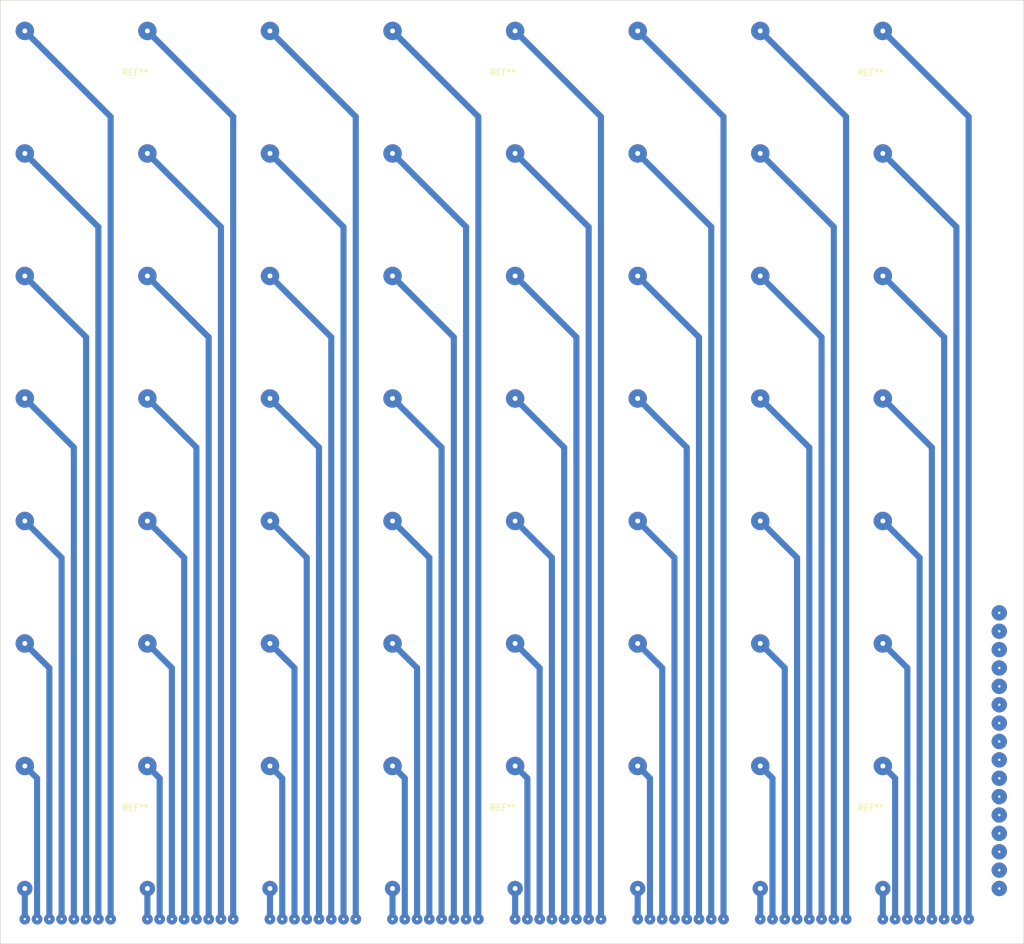
<source format=kicad_pcb>
(kicad_pcb (version 20221018) (generator pcbnew)
  (layers (0 "F.Cu" signal) (31 "B.Cu" signal) (34 "B.Paste" user) (35 "F.Paste" user) (36 "B.SilkS" user "B.Silkscreen") (37 "F.SilkS" user "F.Silkscreen") (38 "B.Mask" user) (39 "F.Mask" user) (44 "Edge.Cuts" user))
  (net 0 "")
  (footprint "MountingHole:MountingHole_2.1mm" (layer "F.Cu") (at 188 150)
    (fp_text reference "REF**" (at 0 -3.2) (layer "F.SilkS"))
    (fp_text value "MountingHole_2.1mm")
    (pad "" np_thru_hole circle (at 0 0) (size 2.1 2.1) (drill 2.1) (layers "F&B.Cu" "*.Mask"))
  )
  (footprint "MountingHole:MountingHole_2.1mm" (layer "F.Cu") (at 128 30)
    (fp_text reference "REF**" (at 0 -3.2) (layer "F.SilkS"))
    (fp_text value "MountingHole_2.1mm")
    (pad "" np_thru_hole circle (at 0 0) (size 2.1 2.1) (drill 2.1) (layers "F&B.Cu" "*.Mask"))
  )
  (footprint "MountingHole:MountingHole_2.1mm" (layer "F.Cu") (at 128 150)
    (fp_text reference "REF**" (at 0 -3.2) (layer "F.SilkS"))
    (fp_text value "MountingHole_2.1mm")
    (pad "" np_thru_hole circle (at 0 0) (size 2.1 2.1) (drill 2.1) (layers "F&B.Cu" "*.Mask"))
  )
  (footprint "MountingHole:MountingHole_2.1mm" (layer "F.Cu") (at 68 30)
    (fp_text reference "REF**" (at 0 -3.2) (layer "F.SilkS"))
    (fp_text value "MountingHole_2.1mm")
    (pad "" np_thru_hole circle (at 0 0) (size 2.1 2.1) (drill 2.1) (layers "*.Cu" "*.Mask"))
  )
  (footprint "MountingHole:MountingHole_2.1mm" (layer "F.Cu") (at 188 30)
    (fp_text reference "REF**" (at 0 -3.2) (layer "F.SilkS"))
    (fp_text value "MountingHole_2.1mm")
    (pad "" np_thru_hole circle (at 0 0) (size 2.1 2.1) (drill 2.1) (layers "F&B.Cu" "*.Mask"))
  )
  (footprint "MountingHole:MountingHole_2.1mm" (layer "F.Cu") (at 68 150)
    (fp_text reference "REF**" (at 0 -3.2) (layer "F.SilkS"))
    (fp_text value "MountingHole_2.1mm")
    (pad "" np_thru_hole circle (at 0 0) (size 2.1 2.1) (drill 2.1) (layers "F&B.Cu" "*.Mask"))
  )
  (gr_line (start 46 15) (end 46 169) (stroke (width 0.1)) (layer "Edge.Cuts"))
  (gr_line (start 46 169) (end 213 169) (stroke (width 0.1)) (layer "Edge.Cuts"))
  (gr_line (start 213 169) (end 213 15) (stroke (width 0.1)) (layer "Edge.Cuts"))
  (gr_line (start 213 15) (end 46 15) (stroke (width 0.1)) (layer "Edge.Cuts"))
  (via (at 140 165) (size 1.75) (drill 0.4) (layers "F.Cu" "B.Cu") (net 0))
  (via (at 192 165) (size 1.75) (drill 0.4) (layers "F.Cu" "B.Cu") (net 0))
  (via (at 94 165) (size 1.75) (drill 0.4) (layers "F.Cu" "B.Cu") (net 0))
  (via (at 209 133) (size 2.5) (drill 0.4) (layers "F.Cu" "B.Cu") (net 0))
  (via (at 110 140) (size 3) (drill 0.8) (layers "F.Cu" "B.Cu") (net 0))
  (via (at 78 165) (size 1.75) (drill 0.4) (layers "F.Cu" "B.Cu") (net 0))
  (via (at 156 165) (size 1.75) (drill 0.4) (layers "F.Cu" "B.Cu") (net 0))
  (via (at 70 120) (size 3) (drill 0.8) (layers "F.Cu" "B.Cu") (net 0))
  (via (at 114 165) (size 1.75) (drill 0.4) (layers "F.Cu" "B.Cu") (net 0))
  (via (at 209 160) (size 2.5) (drill 0.4) (layers "F.Cu" "B.Cu") (net 0))
  (via (at 150 60) (size 3) (drill 0.8) (layers "F.Cu" "B.Cu") (net 0))
  (via (at 172 165) (size 1.75) (drill 0.4) (layers "F.Cu" "B.Cu") (net 0))
  (via (at 200 165) (size 1.75) (drill 0.4) (layers "F.Cu" "B.Cu") (net 0))
  (via (at 209 115) (size 2.5) (drill 0.4) (layers "F.Cu" "B.Cu") (net 0))
  (via (at 100 165) (size 1.75) (drill 0.4) (layers "F.Cu" "B.Cu") (net 0))
  (via (at 150 100) (size 3) (drill 0.8) (layers "F.Cu" "B.Cu") (net 0))
  (via (at 70 20) (size 3) (drill 0.8) (layers "F.Cu" "B.Cu") (net 0))
  (via (at 84 165) (size 1.75) (drill 0.4) (layers "F.Cu" "B.Cu") (net 0))
  (via (at 184 165) (size 1.75) (drill 0.4) (layers "F.Cu" "B.Cu") (net 0))
  (via (at 176 165) (size 1.75) (drill 0.4) (layers "F.Cu" "B.Cu") (net 0))
  (via (at 90 100) (size 3) (drill 0.8) (layers "F.Cu" "B.Cu") (net 0))
  (via (at 190 60) (size 3) (drill 0.8) (layers "F.Cu" "B.Cu") (net 0))
  (via (at 150 140) (size 3) (drill 0.8) (layers "F.Cu" "B.Cu") (net 0))
  (via (at 130 100) (size 3) (drill 0.8) (layers "F.Cu" "B.Cu") (net 0))
  (via (at 170 100) (size 3) (drill 0.8) (layers "F.Cu" "B.Cu") (net 0))
  (via (at 209 139) (size 2.5) (drill 0.4) (layers "F.Cu" "B.Cu") (net 0))
  (via (at 70 160) (size 2.5) (drill 0.8) (layers "F.Cu" "B.Cu") (net 0))
  (via (at 190 120) (size 3) (drill 0.8) (layers "F.Cu" "B.Cu") (net 0))
  (via (at 182 165) (size 1.75) (drill 0.4) (layers "F.Cu" "B.Cu") (net 0))
  (via (at 154 165) (size 1.75) (drill 0.4) (layers "F.Cu" "B.Cu") (net 0))
  (via (at 70 40) (size 3) (drill 0.8) (layers "F.Cu" "B.Cu") (net 0))
  (via (at 132 165) (size 1.75) (drill 0.4) (layers "F.Cu" "B.Cu") (net 0))
  (via (at 174 165) (size 1.75) (drill 0.4) (layers "F.Cu" "B.Cu") (net 0))
  (via (at 190 165) (size 1.75) (drill 0.4) (layers "F.Cu" "B.Cu") (net 0))
  (via (at 138 165) (size 1.75) (drill 0.4) (layers "F.Cu" "B.Cu") (net 0))
  (via (at 110 165) (size 1.75) (drill 0.4) (layers "F.Cu" "B.Cu") (net 0))
  (via (at 170 80) (size 3) (drill 0.8) (layers "F.Cu" "B.Cu") (net 0))
  (via (at 112 165) (size 1.75) (drill 0.4) (layers "F.Cu" "B.Cu") (net 0))
  (via (at 102 165) (size 1.75) (drill 0.4) (layers "F.Cu" "B.Cu") (net 0))
  (via (at 150 165) (size 1.75) (drill 0.4) (layers "F.Cu" "B.Cu") (net 0))
  (via (at 110 160) (size 2.5) (drill 0.8) (layers "F.Cu" "B.Cu") (net 0))
  (via (at 50 120) (size 3) (drill 0.8) (layers "F.Cu" "B.Cu") (net 0))
  (via (at 209 151) (size 2.5) (drill 0.4) (layers "F.Cu" "B.Cu") (net 0))
  (via (at 170 140) (size 3) (drill 0.8) (layers "F.Cu" "B.Cu") (net 0))
  (via (at 160 165) (size 1.75) (drill 0.4) (layers "F.Cu" "B.Cu") (net 0))
  (via (at 209 121) (size 2.5) (drill 0.4) (layers "F.Cu" "B.Cu") (net 0))
  (via (at 170 60) (size 3) (drill 0.8) (layers "F.Cu" "B.Cu") (net 0))
  (via (at 110 60) (size 3) (drill 0.8) (layers "F.Cu" "B.Cu") (net 0))
  (via (at 209 142) (size 2.5) (drill 0.4) (layers "F.Cu" "B.Cu") (net 0))
  (via (at 56 165) (size 1.75) (drill 0.4) (layers "F.Cu" "B.Cu") (net 0))
  (via (at 162 165) (size 1.75) (drill 0.4) (layers "F.Cu" "B.Cu") (net 0))
  (via (at 209 118) (size 2.5) (drill 0.4) (layers "F.Cu" "B.Cu") (net 0))
  (via (at 50 80) (size 3) (drill 0.8) (layers "F.Cu" "B.Cu") (net 0))
  (via (at 209 145) (size 2.5) (drill 0.4) (layers "F.Cu" "B.Cu") (net 0))
  (via (at 130 20) (size 3) (drill 0.8) (layers "F.Cu" "B.Cu") (net 0))
  (via (at 196 165) (size 1.75) (drill 0.4) (layers "F.Cu" "B.Cu") (net 0))
  (via (at 209 130) (size 2.5) (drill 0.4) (layers "F.Cu" "B.Cu") (net 0))
  (via (at 130 160) (size 2.5) (drill 0.8) (layers "F.Cu" "B.Cu") (net 0))
  (via (at 150 40) (size 3) (drill 0.8) (layers "F.Cu" "B.Cu") (net 0))
  (via (at 92 165) (size 1.75) (drill 0.4) (layers "F.Cu" "B.Cu") (net 0))
  (via (at 170 120) (size 3) (drill 0.8) (layers "F.Cu" "B.Cu") (net 0))
  (via (at 209 124) (size 2.5) (drill 0.4) (layers "F.Cu" "B.Cu") (net 0))
  (via (at 116 165) (size 1.75) (drill 0.4) (layers "F.Cu" "B.Cu") (net 0))
  (via (at 74 165) (size 1.75) (drill 0.4) (layers "F.Cu" "B.Cu") (net 0))
  (via (at 104 165) (size 1.75) (drill 0.4) (layers "F.Cu" "B.Cu") (net 0))
  (via (at 152 165) (size 1.75) (drill 0.4) (layers "F.Cu" "B.Cu") (net 0))
  (via (at 98 165) (size 1.75) (drill 0.4) (layers "F.Cu" "B.Cu") (net 0))
  (via (at 110 120) (size 3) (drill 0.8) (layers "F.Cu" "B.Cu") (net 0))
  (via (at 204 165) (size 1.75) (drill 0.4) (layers "F.Cu" "B.Cu") (net 0))
  (via (at 120 165) (size 1.75) (drill 0.4) (layers "F.Cu" "B.Cu") (net 0))
  (via (at 70 60) (size 3) (drill 0.8) (layers "F.Cu" "B.Cu") (net 0))
  (via (at 110 20) (size 3) (drill 0.8) (layers "F.Cu" "B.Cu") (net 0))
  (via (at 170 20) (size 3) (drill 0.8) (layers "F.Cu" "B.Cu") (net 0))
  (via (at 158 165) (size 1.75) (drill 0.4) (layers "F.Cu" "B.Cu") (net 0))
  (via (at 130 80) (size 3) (drill 0.8) (layers "F.Cu" "B.Cu") (net 0))
  (via (at 96 165) (size 1.75) (drill 0.4) (layers "F.Cu" "B.Cu") (net 0))
  (via (at 64 165) (size 1.75) (drill 0.4) (layers "F.Cu" "B.Cu") (net 0))
  (via (at 80 165) (size 1.75) (drill 0.4) (layers "F.Cu" "B.Cu") (net 0))
  (via (at 142 165) (size 1.75) (drill 0.4) (layers "F.Cu" "B.Cu") (net 0))
  (via (at 209 157) (size 2.5) (drill 0.4) (layers "F.Cu" "B.Cu") (net 0))
  (via (at 136 165) (size 1.75) (drill 0.4) (layers "F.Cu" "B.Cu") (net 0))
  (via (at 50 165) (size 1.75) (drill 0.4) (layers "F.Cu" "B.Cu") (net 0))
  (via (at 50 60) (size 3) (drill 0.8) (layers "F.Cu" "B.Cu") (net 0))
  (via (at 90 140) (size 3) (drill 0.8) (layers "F.Cu" "B.Cu") (net 0))
  (via (at 190 80) (size 3) (drill 0.8) (layers "F.Cu" "B.Cu") (net 0))
  (via (at 58 165) (size 1.75) (drill 0.4) (layers "F.Cu" "B.Cu") (net 0))
  (via (at 110 100) (size 3) (drill 0.8) (layers "F.Cu" "B.Cu") (net 0))
  (via (at 76 165) (size 1.75) (drill 0.4) (layers "F.Cu" "B.Cu") (net 0))
  (via (at 150 120) (size 3) (drill 0.8) (layers "F.Cu" "B.Cu") (net 0))
  (via (at 50 40) (size 3) (drill 0.8) (layers "F.Cu" "B.Cu") (net 0))
  (via (at 82 165) (size 1.75) (drill 0.4) (layers "F.Cu" "B.Cu") (net 0))
  (via (at 90 165) (size 1.75) (drill 0.4) (layers "F.Cu" "B.Cu") (net 0))
  (via (at 190 140) (size 3) (drill 0.8) (layers "F.Cu" "B.Cu") (net 0))
  (via (at 170 160) (size 2.5) (drill 0.8) (layers "F.Cu" "B.Cu") (net 0))
  (via (at 62 165) (size 1.75) (drill 0.4) (layers "F.Cu" "B.Cu") (net 0))
  (via (at 72 165) (size 1.75) (drill 0.4) (layers "F.Cu" "B.Cu") (net 0))
  (via (at 144 165) (size 1.75) (drill 0.4) (layers "F.Cu" "B.Cu") (net 0))
  (via (at 110 80) (size 3) (drill 0.8) (layers "F.Cu" "B.Cu") (net 0))
  (via (at 209 154) (size 2.5) (drill 0.4) (layers "F.Cu" "B.Cu") (net 0))
  (via (at 50 140) (size 3) (drill 0.8) (layers "F.Cu" "B.Cu") (net 0))
  (via (at 190 20) (size 3) (drill 0.8) (layers "F.Cu" "B.Cu") (net 0))
  (via (at 209 127) (size 2.5) (drill 0.4) (layers "F.Cu" "B.Cu") (net 0))
  (via (at 190 40) (size 3) (drill 0.8) (layers "F.Cu" "B.Cu") (net 0))
  (via (at 130 140) (size 3) (drill 0.8) (layers "F.Cu" "B.Cu") (net 0))
  (via (at 60 165) (size 1.75) (drill 0.4) (layers "F.Cu" "B.Cu") (net 0))
  (via (at 52 165) (size 1.75) (drill 0.4) (layers "F.Cu" "B.Cu") (net 0))
  (via (at 150 80) (size 3) (drill 0.8) (layers "F.Cu" "B.Cu") (net 0))
  (via (at 190 100) (size 3) (drill 0.8) (layers "F.Cu" "B.Cu") (net 0))
  (via (at 70 140) (size 3) (drill 0.8) (layers "F.Cu" "B.Cu") (net 0))
  (via (at 194 165) (size 1.75) (drill 0.4) (layers "F.Cu" "B.Cu") (net 0))
  (via (at 70 80) (size 3) (drill 0.8) (layers "F.Cu" "B.Cu") (net 0))
  (via (at 70 165) (size 1.75) (drill 0.4) (layers "F.Cu" "B.Cu") (net 0))
  (via (at 198 165) (size 1.75) (drill 0.4) (layers "F.Cu" "B.Cu") (net 0))
  (via (at 90 160) (size 2.5) (drill 0.8) (layers "F.Cu" "B.Cu") (net 0))
  (via (at 70 100) (size 3) (drill 0.8) (layers "F.Cu" "B.Cu") (net 0))
  (via (at 134 165) (size 1.75) (drill 0.4) (layers "F.Cu" "B.Cu") (net 0))
  (via (at 90 80) (size 3) (drill 0.8) (layers "F.Cu" "B.Cu") (net 0))
  (via (at 50 160) (size 2.5) (drill 0.8) (layers "F.Cu" "B.Cu") (net 0))
  (via (at 130 165) (size 1.75) (drill 0.4) (layers "F.Cu" "B.Cu") (net 0))
  (via (at 54 165) (size 1.75) (drill 0.4) (layers "F.Cu" "B.Cu") (net 0))
  (via (at 130 40) (size 3) (drill 0.8) (layers "F.Cu" "B.Cu") (net 0))
  (via (at 50 20) (size 3) (drill 0.8) (layers "F.Cu" "B.Cu") (net 0))
  (via (at 130 60) (size 3) (drill 0.8) (layers "F.Cu" "B.Cu") (net 0))
  (via (at 170 40) (size 3) (drill 0.8) (layers "F.Cu" "B.Cu") (net 0))
  (via (at 180 165) (size 1.75) (drill 0.4) (layers "F.Cu" "B.Cu") (net 0))
  (via (at 209 136) (size 2.5) (drill 0.4) (layers "F.Cu" "B.Cu") (net 0))
  (via (at 209 148) (size 2.5) (drill 0.4) (layers "F.Cu" "B.Cu") (net 0))
  (via (at 90 20) (size 3) (drill 0.8) (layers "F.Cu" "B.Cu") (net 0))
  (via (at 90 60) (size 3) (drill 0.8) (layers "F.Cu" "B.Cu") (net 0))
  (via (at 170 165) (size 1.75) (drill 0.4) (layers "F.Cu" "B.Cu") (net 0))
  (via (at 178 165) (size 1.75) (drill 0.4) (layers "F.Cu" "B.Cu") (net 0))
  (via (at 50 100) (size 3) (drill 0.8) (layers "F.Cu" "B.Cu") (net 0))
  (via (at 164 165) (size 1.75) (drill 0.4) (layers "F.Cu" "B.Cu") (net 0))
  (via (at 124 165) (size 1.75) (drill 0.4) (layers "F.Cu" "B.Cu") (net 0))
  (via (at 202 165) (size 1.75) (drill 0.4) (layers "F.Cu" "B.Cu") (net 0))
  (via (at 118 165) (size 1.75) (drill 0.4) (layers "F.Cu" "B.Cu") (net 0))
  (via (at 190 160) (size 2.5) (drill 0.8) (layers "F.Cu" "B.Cu") (net 0))
  (via (at 110 40) (size 3) (drill 0.8) (layers "F.Cu" "B.Cu") (net 0))
  (via (at 90 40) (size 3) (drill 0.8) (layers "F.Cu" "B.Cu") (net 0))
  (via (at 150 20) (size 3) (drill 0.8) (layers "F.Cu" "B.Cu") (net 0))
  (via (at 90 120) (size 3) (drill 0.8) (layers "F.Cu" "B.Cu") (net 0))
  (via (at 130 120) (size 3) (drill 0.8) (layers "F.Cu" "B.Cu") (net 0))
  (via (at 122 165) (size 1.75) (drill 0.4) (layers "F.Cu" "B.Cu") (net 0))
  (via (at 150 160) (size 2.5) (drill 0.8) (layers "F.Cu" "B.Cu") (net 0))
  (segment (start 162 165) (end 162 52) (width 1) (layer "B.Cu") (net 0))
  (segment (start 170 160) (end 170 165) (width 1) (layer "B.Cu") (net 0))
  (segment (start 96 106) (end 90 100) (width 1) (layer "B.Cu") (net 0))
  (segment (start 84 34) (end 84 165) (width 1) (layer "B.Cu") (net 0))
  (segment (start 202 165) (end 202 52) (width 1) (layer "B.Cu") (net 0))
  (segment (start 90 140) (end 92 142) (width 1) (layer "B.Cu") (net 0))
  (segment (start 50 140) (end 52 142) (width 1) (layer "B.Cu") (net 0))
  (segment (start 76 165) (end 76 106) (width 1) (layer "B.Cu") (net 0))
  (segment (start 82 52) (end 70 40) (width 1) (layer "B.Cu") (net 0))
  (segment (start 74 165) (end 74 124) (width 1) (layer "B.Cu") (net 0))
  (segment (start 154 165) (end 154 124) (width 1) (layer "B.Cu") (net 0))
  (segment (start 114 165) (end 114 124) (width 1) (layer "B.Cu") (net 0))
  (segment (start 54 165) (end 54 124) (width 1) (layer "B.Cu") (net 0))
  (segment (start 64 34) (end 64 165) (width 1) (layer "B.Cu") (net 0))
  (segment (start 156 106) (end 150 100) (width 1) (layer "B.Cu") (net 0))
  (segment (start 52 142) (end 52 165) (width 1) (layer "B.Cu") (net 0))
  (segment (start 56 106) (end 50 100) (width 1) (layer "B.Cu") (net 0))
  (segment (start 78 88) (end 70 80) (width 1) (layer "B.Cu") (net 0))
  (segment (start 58 88) (end 50 80) (width 1) (layer "B.Cu") (net 0))
  (segment (start 78 165) (end 78 88) (width 1) (layer "B.Cu") (net 0))
  (segment (start 70 160) (end 70 165) (width 1) (layer "B.Cu") (net 0))
  (segment (start 54 124) (end 50 120) (width 1) (layer "B.Cu") (net 0))
  (segment (start 96 165) (end 96 106) (width 1) (layer "B.Cu") (net 0))
  (segment (start 150 20) (end 164 34) (width 1) (layer "B.Cu") (net 0))
  (segment (start 58 165) (end 58 88) (width 1) (layer "B.Cu") (net 0))
  (segment (start 94 124) (end 90 120) (width 1) (layer "B.Cu") (net 0))
  (segment (start 94 165) (end 94 124) (width 1) (layer "B.Cu") (net 0))
  (segment (start 182 52) (end 170 40) (width 1) (layer "B.Cu") (net 0))
  (segment (start 170 20) (end 184 34) (width 1) (layer "B.Cu") (net 0))
  (segment (start 100 165) (end 100 70) (width 1) (layer "B.Cu") (net 0))
  (segment (start 130 140) (end 132 142) (width 1) (layer "B.Cu") (net 0))
  (segment (start 62 165) (end 62 52) (width 1) (layer "B.Cu") (net 0))
  (segment (start 134 124) (end 130 120) (width 1) (layer "B.Cu") (net 0))
  (segment (start 162 52) (end 150 40) (width 1) (layer "B.Cu") (net 0))
  (segment (start 200 70) (end 190 60) (width 1) (layer "B.Cu") (net 0))
  (segment (start 194 124) (end 190 120) (width 1) (layer "B.Cu") (net 0))
  (segment (start 154 124) (end 150 120) (width 1) (layer "B.Cu") (net 0))
  (segment (start 112 142) (end 112 165) (width 1) (layer "B.Cu") (net 0))
  (segment (start 144 34) (end 144 165) (width 1) (layer "B.Cu") (net 0))
  (segment (start 124 34) (end 124 165) (width 1) (layer "B.Cu") (net 0))
  (segment (start 132 142) (end 132 165) (width 1) (layer "B.Cu") (net 0))
  (segment (start 174 124) (end 170 120) (width 1) (layer "B.Cu") (net 0))
  (segment (start 138 165) (end 138 88) (width 1) (layer "B.Cu") (net 0))
  (segment (start 192 142) (end 192 165) (width 1) (layer "B.Cu") (net 0))
  (segment (start 114 124) (end 110 120) (width 1) (layer "B.Cu") (net 0))
  (segment (start 160 70) (end 150 60) (width 1) (layer "B.Cu") (net 0))
  (segment (start 178 88) (end 170 80) (width 1) (layer "B.Cu") (net 0))
  (segment (start 60 70) (end 50 60) (width 1) (layer "B.Cu") (net 0))
  (segment (start 122 165) (end 122 52) (width 1) (layer "B.Cu") (net 0))
  (segment (start 50 20) (end 64 34) (width 1) (layer "B.Cu") (net 0))
  (segment (start 196 165) (end 196 106) (width 1) (layer "B.Cu") (net 0))
  (segment (start 134 165) (end 134 124) (width 1) (layer "B.Cu") (net 0))
  (segment (start 180 70) (end 170 60) (width 1) (layer "B.Cu") (net 0))
  (segment (start 70 140) (end 72 142) (width 1) (layer "B.Cu") (net 0))
  (segment (start 150 160) (end 150 165) (width 1) (layer "B.Cu") (net 0))
  (segment (start 120 70) (end 110 60) (width 1) (layer "B.Cu") (net 0))
  (segment (start 196 106) (end 190 100) (width 1) (layer "B.Cu") (net 0))
  (segment (start 158 165) (end 158 88) (width 1) (layer "B.Cu") (net 0))
  (segment (start 190 140) (end 192 142) (width 1) (layer "B.Cu") (net 0))
  (segment (start 136 165) (end 136 106) (width 1) (layer "B.Cu") (net 0))
  (segment (start 90 160) (end 90 165) (width 1) (layer "B.Cu") (net 0))
  (segment (start 62 52) (end 50 40) (width 1) (layer "B.Cu") (net 0))
  (segment (start 110 140) (end 112 142) (width 1) (layer "B.Cu") (net 0))
  (segment (start 118 88) (end 110 80) (width 1) (layer "B.Cu") (net 0))
  (segment (start 158 88) (end 150 80) (width 1) (layer "B.Cu") (net 0))
  (segment (start 122 52) (end 110 40) (width 1) (layer "B.Cu") (net 0))
  (segment (start 98 88) (end 90 80) (width 1) (layer "B.Cu") (net 0))
  (segment (start 176 106) (end 170 100) (width 1) (layer "B.Cu") (net 0))
  (segment (start 174 165) (end 174 124) (width 1) (layer "B.Cu") (net 0))
  (segment (start 98 165) (end 98 88) (width 1) (layer "B.Cu") (net 0))
  (segment (start 198 88) (end 190 80) (width 1) (layer "B.Cu") (net 0))
  (segment (start 172 142) (end 172 165) (width 1) (layer "B.Cu") (net 0))
  (segment (start 138 88) (end 130 80) (width 1) (layer "B.Cu") (net 0))
  (segment (start 120 165) (end 120 70) (width 1) (layer "B.Cu") (net 0))
  (segment (start 110 20) (end 124 34) (width 1) (layer "B.Cu") (net 0))
  (segment (start 82 165) (end 82 52) (width 1) (layer "B.Cu") (net 0))
  (segment (start 140 70) (end 130 60) (width 1) (layer "B.Cu") (net 0))
  (segment (start 102 165) (end 102 52) (width 1) (layer "B.Cu") (net 0))
  (segment (start 150 140) (end 152 142) (width 1) (layer "B.Cu") (net 0))
  (segment (start 90 20) (end 104 34) (width 1) (layer "B.Cu") (net 0))
  (segment (start 100 70) (end 90 60) (width 1) (layer "B.Cu") (net 0))
  (segment (start 110 160) (end 110 165) (width 1) (layer "B.Cu") (net 0))
  (segment (start 80 70) (end 70 60) (width 1) (layer "B.Cu") (net 0))
  (segment (start 198 165) (end 198 88) (width 1) (layer "B.Cu") (net 0))
  (segment (start 170 140) (end 172 142) (width 1) (layer "B.Cu") (net 0))
  (segment (start 202 52) (end 190 40) (width 1) (layer "B.Cu") (net 0))
  (segment (start 116 106) (end 110 100) (width 1) (layer "B.Cu") (net 0))
  (segment (start 204 34) (end 204 165) (width 1) (layer "B.Cu") (net 0))
  (segment (start 200 165) (end 200 70) (width 1) (layer "B.Cu") (net 0))
  (segment (start 102 52) (end 90 40) (width 1) (layer "B.Cu") (net 0))
  (segment (start 142 165) (end 142 52) (width 1) (layer "B.Cu") (net 0))
  (segment (start 104 34) (end 104 165) (width 1) (layer "B.Cu") (net 0))
  (segment (start 130 20) (end 144 34) (width 1) (layer "B.Cu") (net 0))
  (segment (start 190 160) (end 190 165) (width 1) (layer "B.Cu") (net 0))
  (segment (start 136 106) (end 130 100) (width 1) (layer "B.Cu") (net 0))
  (segment (start 56 165) (end 56 106) (width 1) (layer "B.Cu") (net 0))
  (segment (start 142 52) (end 130 40) (width 1) (layer "B.Cu") (net 0))
  (segment (start 164 34) (end 164 165) (width 1) (layer "B.Cu") (net 0))
  (segment (start 184 34) (end 184 165) (width 1) (layer "B.Cu") (net 0))
  (segment (start 74 124) (end 70 120) (width 1) (layer "B.Cu") (net 0))
  (segment (start 160 165) (end 160 70) (width 1) (layer "B.Cu") (net 0))
  (segment (start 176 165) (end 176 106) (width 1) (layer "B.Cu") (net 0))
  (segment (start 194 165) (end 194 124) (width 1) (layer "B.Cu") (net 0))
  (segment (start 178 165) (end 178 88) (width 1) (layer "B.Cu") (net 0))
  (segment (start 140 165) (end 140 70) (width 1) (layer "B.Cu") (net 0))
  (segment (start 130 160) (end 130 165) (width 1) (layer "B.Cu") (net 0))
  (segment (start 118 165) (end 118 88) (width 1) (layer "B.Cu") (net 0))
  (segment (start 80 165) (end 80 70) (width 1) (layer "B.Cu") (net 0))
  (segment (start 116 165) (end 116 106) (width 1) (layer "B.Cu") (net 0))
  (segment (start 180 165) (end 180 70) (width 1) (layer "B.Cu") (net 0))
  (segment (start 156 165) (end 156 106) (width 1) (layer "B.Cu") (net 0))
  (segment (start 50 160) (end 50 165) (width 1) (layer "B.Cu") (net 0))
  (segment (start 70 20) (end 84 34) (width 1) (layer "B.Cu") (net 0))
  (segment (start 152 142) (end 152 165) (width 1) (layer "B.Cu") (net 0))
  (segment (start 190 20) (end 204 34) (width 1) (layer "B.Cu") (net 0))
  (segment (start 182 165) (end 182 52) (width 1) (layer "B.Cu") (net 0))
  (segment (start 76 106) (end 70 100) (width 1) (layer "B.Cu") (net 0))
  (segment (start 60 165) (end 60 70) (width 1) (layer "B.Cu") (net 0))
  (segment (start 72 142) (end 72 165) (width 1) (layer "B.Cu") (net 0))
  (segment (start 92 142) (end 92 165) (width 1) (layer "B.Cu") (net 0))
)
</source>
